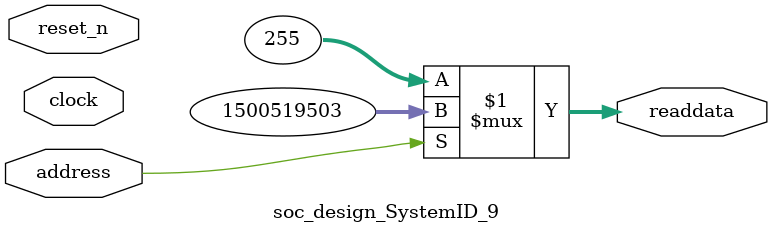
<source format=v>
module soc_design_SystemID_9 (
                address,
                clock,
                reset_n,
                readdata
             )
;
  output  [ 31: 0] readdata;
  input            address;
  input            clock;
  input            reset_n;
  wire    [ 31: 0] readdata;
  assign readdata = address ? 1500519503 : 255;
endmodule
</source>
